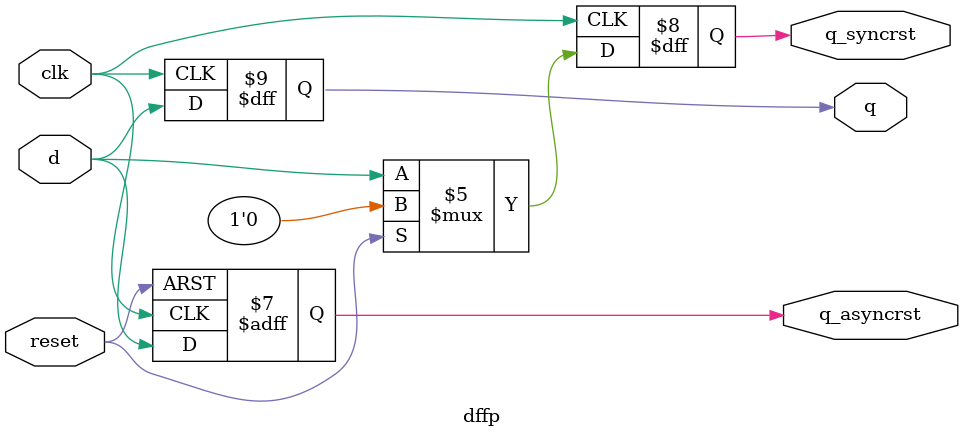
<source format=v>
module dffp(clk,reset,d,q,q_syncrst,q_asyncrst);
  
  input   wire     clk;
  input   wire     reset;
  input   wire     d;

  output    reg     q;
  output    reg     q_syncrst;
  output    reg     q_asyncrst;

  // No reset
  always@(posedge clk)
    q <= d;

  // Sync reset
  always@(posedge clk)
    if (reset)
      q_syncrst<= 1'b0;
    else
      q_syncrst <= d;

  // Async reset
  always@(posedge clk or posedge reset)
    if (reset)
      q_asyncrst<= 1'b0;
    else
      q_asyncrst <= d;

endmodule
</source>
